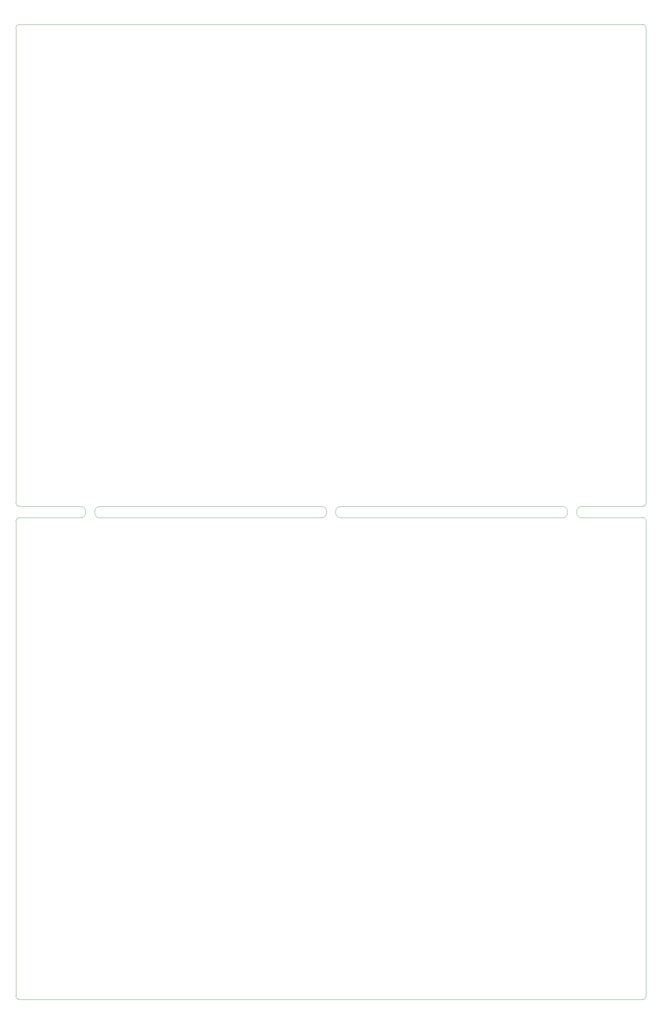
<source format=gbr>
G04 #@! TF.GenerationSoftware,KiCad,Pcbnew,(5.1.8)-1*
G04 #@! TF.CreationDate,2021-01-21T14:16:06+13:00*
G04 #@! TF.ProjectId,output.JVCardx4,6f757470-7574-42e4-9a56-436172647834,rev?*
G04 #@! TF.SameCoordinates,Original*
G04 #@! TF.FileFunction,Profile,NP*
%FSLAX46Y46*%
G04 Gerber Fmt 4.6, Leading zero omitted, Abs format (unit mm)*
G04 Created by KiCad (PCBNEW (5.1.8)-1) date 2021-01-21 14:16:06*
%MOMM*%
%LPD*%
G01*
G04 APERTURE LIST*
G04 #@! TA.AperFunction,Profile*
%ADD10C,0.050000*%
G04 #@! TD*
G04 #@! TA.AperFunction,Profile*
%ADD11C,0.100000*%
G04 #@! TD*
G04 APERTURE END LIST*
D10*
X183000000Y-275000000D02*
G75*
G02*
X182000000Y-276000000I-1000000J0D01*
G01*
X13000000Y-147000000D02*
G75*
G02*
X14000000Y-146000000I1000000J0D01*
G01*
X14000000Y-276000000D02*
G75*
G02*
X13000000Y-275000000I0J1000000D01*
G01*
X14000000Y-276000000D02*
X182000000Y-276000000D01*
X183000000Y-271000000D02*
X183000000Y-147000000D01*
X13000000Y-147000000D02*
X13000000Y-275000000D01*
X182000000Y-146000000D02*
G75*
G02*
X183000000Y-147000000I0J-1000000D01*
G01*
X183000000Y-275000000D02*
X183000000Y-271000000D01*
X183000000Y-142000000D02*
G75*
G02*
X182000000Y-143000000I-1000000J0D01*
G01*
X14000000Y-143000000D02*
G75*
G02*
X13000000Y-142000000I0J1000000D01*
G01*
X13000000Y-14000000D02*
G75*
G02*
X14000000Y-13000000I1000000J0D01*
G01*
X182000000Y-13000000D02*
G75*
G02*
X183000000Y-14000000I0J-1000000D01*
G01*
X183000000Y-142000000D02*
X183000000Y-138000000D01*
X13000000Y-14000000D02*
X13000000Y-142000000D01*
X182000000Y-13000000D02*
X14000000Y-13000000D01*
X183000000Y-138000000D02*
X183000000Y-14000000D01*
D11*
X95499950Y-146000000D02*
X95599654Y-145992313D01*
X95499950Y-143000000D02*
X95599654Y-143007687D01*
X95599654Y-145992313D02*
X95698472Y-145976985D01*
X95599654Y-143007687D02*
X95698472Y-143023015D01*
X95698472Y-145976985D02*
X95795819Y-145954107D01*
X95698472Y-143023015D02*
X95795819Y-143045893D01*
X95795819Y-145954107D02*
X95891119Y-145923814D01*
X95795819Y-143045893D02*
X95891119Y-143076186D01*
X95891119Y-145923814D02*
X95983809Y-145886285D01*
X95891119Y-143076186D02*
X95983809Y-143113715D01*
X95983809Y-145886285D02*
X96073340Y-145841742D01*
X95983809Y-143113715D02*
X96073340Y-143158258D01*
X96073340Y-145841742D02*
X96159182Y-145790449D01*
X96073340Y-143158258D02*
X96159182Y-143209551D01*
X96159182Y-145790449D02*
X96240827Y-145732709D01*
X96159182Y-143209551D02*
X96240827Y-143267291D01*
X96240827Y-145732709D02*
X96317792Y-145668864D01*
X96240827Y-143267291D02*
X96317792Y-143331136D01*
X96317792Y-145668864D02*
X96389622Y-145599292D01*
X96317792Y-143331136D02*
X96389622Y-143400708D01*
X96389622Y-145599292D02*
X96455892Y-145524405D01*
X96389622Y-143400708D02*
X96455892Y-143475595D01*
X96455892Y-145524405D02*
X96516210Y-145444646D01*
X96455892Y-143475595D02*
X96516210Y-143555354D01*
X96516210Y-145444646D02*
X96570219Y-145360487D01*
X96516210Y-143555354D02*
X96570219Y-143639513D01*
X96570219Y-145360487D02*
X96617599Y-145272426D01*
X96570219Y-143639513D02*
X96617599Y-143727574D01*
X96617599Y-145272426D02*
X96658070Y-145180984D01*
X96617599Y-143727574D02*
X96658070Y-143819016D01*
X96658070Y-145180984D02*
X96691392Y-145086702D01*
X96658070Y-143819016D02*
X96691392Y-143913298D01*
X96691392Y-145086702D02*
X96717368Y-144990138D01*
X96691392Y-143913298D02*
X96717368Y-144009862D01*
X96717368Y-144990138D02*
X96735845Y-144891863D01*
X96717368Y-144009862D02*
X96735845Y-144108137D01*
X96735845Y-144891863D02*
X96746713Y-144792458D01*
X96735845Y-144108137D02*
X96746713Y-144207542D01*
X96746713Y-144792458D02*
X96749908Y-144692512D01*
X96746713Y-144207542D02*
X96749908Y-144307488D01*
X96749908Y-144307488D02*
X96749908Y-144692512D01*
X100500050Y-146000000D02*
X100400346Y-145992313D01*
X100500050Y-143000000D02*
X100400346Y-143007687D01*
X100400346Y-145992313D02*
X100301528Y-145976985D01*
X100400346Y-143007687D02*
X100301528Y-143023015D01*
X100301528Y-145976985D02*
X100204181Y-145954107D01*
X100301528Y-143023015D02*
X100204181Y-143045893D01*
X100204181Y-145954107D02*
X100108881Y-145923814D01*
X100204181Y-143045893D02*
X100108881Y-143076186D01*
X100108881Y-145923814D02*
X100016191Y-145886285D01*
X100108881Y-143076186D02*
X100016191Y-143113715D01*
X100016191Y-145886285D02*
X99926660Y-145841742D01*
X100016191Y-143113715D02*
X99926660Y-143158258D01*
X99926660Y-145841742D02*
X99840818Y-145790449D01*
X99926660Y-143158258D02*
X99840818Y-143209551D01*
X99840818Y-145790449D02*
X99759173Y-145732709D01*
X99840818Y-143209551D02*
X99759173Y-143267291D01*
X99759173Y-145732709D02*
X99682208Y-145668864D01*
X99759173Y-143267291D02*
X99682208Y-143331136D01*
X99682208Y-145668864D02*
X99610378Y-145599292D01*
X99682208Y-143331136D02*
X99610378Y-143400708D01*
X99610378Y-145599292D02*
X99544108Y-145524405D01*
X99610378Y-143400708D02*
X99544108Y-143475595D01*
X99544108Y-145524405D02*
X99483790Y-145444646D01*
X99544108Y-143475595D02*
X99483790Y-143555354D01*
X99483790Y-145444646D02*
X99429781Y-145360487D01*
X99483790Y-143555354D02*
X99429781Y-143639513D01*
X99429781Y-145360487D02*
X99382401Y-145272426D01*
X99429781Y-143639513D02*
X99382401Y-143727574D01*
X99382401Y-145272426D02*
X99341930Y-145180984D01*
X99382401Y-143727574D02*
X99341930Y-143819016D01*
X99341930Y-145180984D02*
X99308608Y-145086702D01*
X99341930Y-143819016D02*
X99308608Y-143913298D01*
X99308608Y-145086702D02*
X99282632Y-144990138D01*
X99308608Y-143913298D02*
X99282632Y-144009862D01*
X99282632Y-144990138D02*
X99264155Y-144891863D01*
X99282632Y-144009862D02*
X99264155Y-144108137D01*
X99264155Y-144891863D02*
X99253287Y-144792458D01*
X99264155Y-144108137D02*
X99253287Y-144207542D01*
X99253287Y-144792458D02*
X99250092Y-144692512D01*
X99253287Y-144207542D02*
X99250092Y-144307488D01*
X99250092Y-144307488D02*
X99250092Y-144692512D01*
X160500002Y-143000000D02*
X100500050Y-143000000D01*
X165500020Y-143000000D02*
X182000000Y-143000000D01*
X160500002Y-146000000D02*
X100500050Y-146000000D01*
X165500020Y-146000000D02*
X182000000Y-146000000D01*
X160500002Y-146000000D02*
X160599706Y-145992313D01*
X160500002Y-143000000D02*
X160599706Y-143007687D01*
X160599706Y-145992313D02*
X160698524Y-145976985D01*
X160599706Y-143007687D02*
X160698524Y-143023015D01*
X160698524Y-145976985D02*
X160795871Y-145954107D01*
X160698524Y-143023015D02*
X160795871Y-143045893D01*
X160795871Y-145954107D02*
X160891171Y-145923814D01*
X160795871Y-143045893D02*
X160891171Y-143076186D01*
X160891171Y-145923814D02*
X160983861Y-145886285D01*
X160891171Y-143076186D02*
X160983861Y-143113715D01*
X160983861Y-145886285D02*
X161073392Y-145841742D01*
X160983861Y-143113715D02*
X161073392Y-143158258D01*
X161073392Y-145841742D02*
X161159234Y-145790449D01*
X161073392Y-143158258D02*
X161159234Y-143209551D01*
X161159234Y-145790449D02*
X161240879Y-145732709D01*
X161159234Y-143209551D02*
X161240879Y-143267291D01*
X161240879Y-145732709D02*
X161317844Y-145668864D01*
X161240879Y-143267291D02*
X161317844Y-143331136D01*
X161317844Y-145668864D02*
X161389674Y-145599292D01*
X161317844Y-143331136D02*
X161389674Y-143400708D01*
X161389674Y-145599292D02*
X161455944Y-145524405D01*
X161389674Y-143400708D02*
X161455944Y-143475595D01*
X161455944Y-145524405D02*
X161516262Y-145444646D01*
X161455944Y-143475595D02*
X161516262Y-143555354D01*
X161516262Y-145444646D02*
X161570271Y-145360487D01*
X161516262Y-143555354D02*
X161570271Y-143639513D01*
X161570271Y-145360487D02*
X161617651Y-145272426D01*
X161570271Y-143639513D02*
X161617651Y-143727574D01*
X161617651Y-145272426D02*
X161658122Y-145180984D01*
X161617651Y-143727574D02*
X161658122Y-143819016D01*
X161658122Y-145180984D02*
X161691444Y-145086702D01*
X161658122Y-143819016D02*
X161691444Y-143913298D01*
X161691444Y-145086702D02*
X161717420Y-144990138D01*
X161691444Y-143913298D02*
X161717420Y-144009862D01*
X161717420Y-144990138D02*
X161735897Y-144891863D01*
X161717420Y-144009862D02*
X161735897Y-144108137D01*
X161735897Y-144891863D02*
X161746765Y-144792458D01*
X161735897Y-144108137D02*
X161746765Y-144207542D01*
X161746765Y-144792458D02*
X161749960Y-144692512D01*
X161746765Y-144207542D02*
X161749960Y-144307488D01*
X161749960Y-144307488D02*
X161749960Y-144692512D01*
X165500020Y-146000000D02*
X165400316Y-145992313D01*
X165500020Y-143000000D02*
X165400316Y-143007687D01*
X165400316Y-145992313D02*
X165301498Y-145976985D01*
X165400316Y-143007687D02*
X165301498Y-143023015D01*
X165301498Y-145976985D02*
X165204151Y-145954107D01*
X165301498Y-143023015D02*
X165204151Y-143045893D01*
X165204151Y-145954107D02*
X165108851Y-145923814D01*
X165204151Y-143045893D02*
X165108851Y-143076186D01*
X165108851Y-145923814D02*
X165016161Y-145886285D01*
X165108851Y-143076186D02*
X165016161Y-143113715D01*
X165016161Y-145886285D02*
X164926630Y-145841742D01*
X165016161Y-143113715D02*
X164926630Y-143158258D01*
X164926630Y-145841742D02*
X164840788Y-145790449D01*
X164926630Y-143158258D02*
X164840788Y-143209551D01*
X164840788Y-145790449D02*
X164759143Y-145732709D01*
X164840788Y-143209551D02*
X164759143Y-143267291D01*
X164759143Y-145732709D02*
X164682178Y-145668864D01*
X164759143Y-143267291D02*
X164682178Y-143331136D01*
X164682178Y-145668864D02*
X164610348Y-145599292D01*
X164682178Y-143331136D02*
X164610348Y-143400708D01*
X164610348Y-145599292D02*
X164544078Y-145524405D01*
X164610348Y-143400708D02*
X164544078Y-143475595D01*
X164544078Y-145524405D02*
X164483760Y-145444646D01*
X164544078Y-143475595D02*
X164483760Y-143555354D01*
X164483760Y-145444646D02*
X164429751Y-145360487D01*
X164483760Y-143555354D02*
X164429751Y-143639513D01*
X164429751Y-145360487D02*
X164382371Y-145272426D01*
X164429751Y-143639513D02*
X164382371Y-143727574D01*
X164382371Y-145272426D02*
X164341900Y-145180984D01*
X164382371Y-143727574D02*
X164341900Y-143819016D01*
X164341900Y-145180984D02*
X164308578Y-145086702D01*
X164341900Y-143819016D02*
X164308578Y-143913298D01*
X164308578Y-145086702D02*
X164282602Y-144990138D01*
X164308578Y-143913298D02*
X164282602Y-144009862D01*
X164282602Y-144990138D02*
X164264125Y-144891863D01*
X164282602Y-144009862D02*
X164264125Y-144108137D01*
X164264125Y-144891863D02*
X164253257Y-144792458D01*
X164264125Y-144108137D02*
X164253257Y-144207542D01*
X164253257Y-144792458D02*
X164250062Y-144692512D01*
X164253257Y-144207542D02*
X164250062Y-144307488D01*
X164250062Y-144307488D02*
X164250062Y-144692512D01*
X35499998Y-143000000D02*
X95499950Y-143000000D01*
X30499980Y-143000000D02*
X14000000Y-143000000D01*
X35499998Y-146000000D02*
X95499950Y-146000000D01*
X30499980Y-146000000D02*
X14000000Y-146000000D01*
X30499980Y-146000000D02*
X30599684Y-145992313D01*
X30499980Y-143000000D02*
X30599684Y-143007687D01*
X30599684Y-145992313D02*
X30698502Y-145976985D01*
X30599684Y-143007687D02*
X30698502Y-143023015D01*
X30698502Y-145976985D02*
X30795849Y-145954107D01*
X30698502Y-143023015D02*
X30795849Y-143045893D01*
X30795849Y-145954107D02*
X30891149Y-145923814D01*
X30795849Y-143045893D02*
X30891149Y-143076186D01*
X30891149Y-145923814D02*
X30983839Y-145886285D01*
X30891149Y-143076186D02*
X30983839Y-143113715D01*
X30983839Y-145886285D02*
X31073370Y-145841742D01*
X30983839Y-143113715D02*
X31073370Y-143158258D01*
X31073370Y-145841742D02*
X31159212Y-145790449D01*
X31073370Y-143158258D02*
X31159212Y-143209551D01*
X31159212Y-145790449D02*
X31240857Y-145732709D01*
X31159212Y-143209551D02*
X31240857Y-143267291D01*
X31240857Y-145732709D02*
X31317822Y-145668864D01*
X31240857Y-143267291D02*
X31317822Y-143331136D01*
X31317822Y-145668864D02*
X31389652Y-145599292D01*
X31317822Y-143331136D02*
X31389652Y-143400708D01*
X31389652Y-145599292D02*
X31455922Y-145524405D01*
X31389652Y-143400708D02*
X31455922Y-143475595D01*
X31455922Y-145524405D02*
X31516240Y-145444646D01*
X31455922Y-143475595D02*
X31516240Y-143555354D01*
X31516240Y-145444646D02*
X31570249Y-145360487D01*
X31516240Y-143555354D02*
X31570249Y-143639513D01*
X31570249Y-145360487D02*
X31617629Y-145272426D01*
X31570249Y-143639513D02*
X31617629Y-143727574D01*
X31617629Y-145272426D02*
X31658100Y-145180984D01*
X31617629Y-143727574D02*
X31658100Y-143819016D01*
X31658100Y-145180984D02*
X31691422Y-145086702D01*
X31658100Y-143819016D02*
X31691422Y-143913298D01*
X31691422Y-145086702D02*
X31717398Y-144990138D01*
X31691422Y-143913298D02*
X31717398Y-144009862D01*
X31717398Y-144990138D02*
X31735875Y-144891863D01*
X31717398Y-144009862D02*
X31735875Y-144108137D01*
X31735875Y-144891863D02*
X31746743Y-144792458D01*
X31735875Y-144108137D02*
X31746743Y-144207542D01*
X31746743Y-144792458D02*
X31749938Y-144692512D01*
X31746743Y-144207542D02*
X31749938Y-144307488D01*
X31749938Y-144307488D02*
X31749938Y-144692512D01*
X35499998Y-146000000D02*
X35400294Y-145992313D01*
X35499998Y-143000000D02*
X35400294Y-143007687D01*
X35400294Y-145992313D02*
X35301476Y-145976985D01*
X35400294Y-143007687D02*
X35301476Y-143023015D01*
X35301476Y-145976985D02*
X35204129Y-145954107D01*
X35301476Y-143023015D02*
X35204129Y-143045893D01*
X35204129Y-145954107D02*
X35108829Y-145923814D01*
X35204129Y-143045893D02*
X35108829Y-143076186D01*
X35108829Y-145923814D02*
X35016139Y-145886285D01*
X35108829Y-143076186D02*
X35016139Y-143113715D01*
X35016139Y-145886285D02*
X34926608Y-145841742D01*
X35016139Y-143113715D02*
X34926608Y-143158258D01*
X34926608Y-145841742D02*
X34840766Y-145790449D01*
X34926608Y-143158258D02*
X34840766Y-143209551D01*
X34840766Y-145790449D02*
X34759121Y-145732709D01*
X34840766Y-143209551D02*
X34759121Y-143267291D01*
X34759121Y-145732709D02*
X34682156Y-145668864D01*
X34759121Y-143267291D02*
X34682156Y-143331136D01*
X34682156Y-145668864D02*
X34610326Y-145599292D01*
X34682156Y-143331136D02*
X34610326Y-143400708D01*
X34610326Y-145599292D02*
X34544056Y-145524405D01*
X34610326Y-143400708D02*
X34544056Y-143475595D01*
X34544056Y-145524405D02*
X34483738Y-145444646D01*
X34544056Y-143475595D02*
X34483738Y-143555354D01*
X34483738Y-145444646D02*
X34429729Y-145360487D01*
X34483738Y-143555354D02*
X34429729Y-143639513D01*
X34429729Y-145360487D02*
X34382349Y-145272426D01*
X34429729Y-143639513D02*
X34382349Y-143727574D01*
X34382349Y-145272426D02*
X34341878Y-145180984D01*
X34382349Y-143727574D02*
X34341878Y-143819016D01*
X34341878Y-145180984D02*
X34308556Y-145086702D01*
X34341878Y-143819016D02*
X34308556Y-143913298D01*
X34308556Y-145086702D02*
X34282580Y-144990138D01*
X34308556Y-143913298D02*
X34282580Y-144009862D01*
X34282580Y-144990138D02*
X34264103Y-144891863D01*
X34282580Y-144009862D02*
X34264103Y-144108137D01*
X34264103Y-144891863D02*
X34253235Y-144792458D01*
X34264103Y-144108137D02*
X34253235Y-144207542D01*
X34253235Y-144792458D02*
X34250040Y-144692512D01*
X34253235Y-144207542D02*
X34250040Y-144307488D01*
X34250040Y-144307488D02*
X34250040Y-144692512D01*
M02*

</source>
